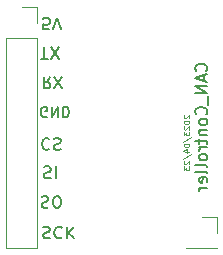
<source format=gbo>
G04 #@! TF.GenerationSoftware,KiCad,Pcbnew,(6.0.8)*
G04 #@! TF.CreationDate,2023-04-23T16:45:02+02:00*
G04 #@! TF.ProjectId,17_CAN_Controller,31375f43-414e-45f4-936f-6e74726f6c6c,rev?*
G04 #@! TF.SameCoordinates,Original*
G04 #@! TF.FileFunction,Legend,Bot*
G04 #@! TF.FilePolarity,Positive*
%FSLAX46Y46*%
G04 Gerber Fmt 4.6, Leading zero omitted, Abs format (unit mm)*
G04 Created by KiCad (PCBNEW (6.0.8)) date 2023-04-23 16:45:02*
%MOMM*%
%LPD*%
G01*
G04 APERTURE LIST*
%ADD10C,0.125000*%
%ADD11C,0.150000*%
%ADD12C,0.120000*%
%ADD13R,1.700000X1.700000*%
%ADD14O,1.700000X1.700000*%
G04 APERTURE END LIST*
D10*
X117883809Y-71326666D02*
X117860000Y-71350476D01*
X117836190Y-71398095D01*
X117836190Y-71517142D01*
X117860000Y-71564761D01*
X117883809Y-71588571D01*
X117931428Y-71612380D01*
X117979047Y-71612380D01*
X118050476Y-71588571D01*
X118336190Y-71302857D01*
X118336190Y-71612380D01*
X117836190Y-71921904D02*
X117836190Y-71969523D01*
X117860000Y-72017142D01*
X117883809Y-72040952D01*
X117931428Y-72064761D01*
X118026666Y-72088571D01*
X118145714Y-72088571D01*
X118240952Y-72064761D01*
X118288571Y-72040952D01*
X118312380Y-72017142D01*
X118336190Y-71969523D01*
X118336190Y-71921904D01*
X118312380Y-71874285D01*
X118288571Y-71850476D01*
X118240952Y-71826666D01*
X118145714Y-71802857D01*
X118026666Y-71802857D01*
X117931428Y-71826666D01*
X117883809Y-71850476D01*
X117860000Y-71874285D01*
X117836190Y-71921904D01*
X117883809Y-72279047D02*
X117860000Y-72302857D01*
X117836190Y-72350476D01*
X117836190Y-72469523D01*
X117860000Y-72517142D01*
X117883809Y-72540952D01*
X117931428Y-72564761D01*
X117979047Y-72564761D01*
X118050476Y-72540952D01*
X118336190Y-72255238D01*
X118336190Y-72564761D01*
X117836190Y-72731428D02*
X117836190Y-73040952D01*
X118026666Y-72874285D01*
X118026666Y-72945714D01*
X118050476Y-72993333D01*
X118074285Y-73017142D01*
X118121904Y-73040952D01*
X118240952Y-73040952D01*
X118288571Y-73017142D01*
X118312380Y-72993333D01*
X118336190Y-72945714D01*
X118336190Y-72802857D01*
X118312380Y-72755238D01*
X118288571Y-72731428D01*
X117812380Y-73612380D02*
X118455238Y-73183809D01*
X117836190Y-73874285D02*
X117836190Y-73921904D01*
X117860000Y-73969523D01*
X117883809Y-73993333D01*
X117931428Y-74017142D01*
X118026666Y-74040952D01*
X118145714Y-74040952D01*
X118240952Y-74017142D01*
X118288571Y-73993333D01*
X118312380Y-73969523D01*
X118336190Y-73921904D01*
X118336190Y-73874285D01*
X118312380Y-73826666D01*
X118288571Y-73802857D01*
X118240952Y-73779047D01*
X118145714Y-73755238D01*
X118026666Y-73755238D01*
X117931428Y-73779047D01*
X117883809Y-73802857D01*
X117860000Y-73826666D01*
X117836190Y-73874285D01*
X118002857Y-74469523D02*
X118336190Y-74469523D01*
X117812380Y-74350476D02*
X118169523Y-74231428D01*
X118169523Y-74540952D01*
X117812380Y-75088571D02*
X118455238Y-74660000D01*
X117883809Y-75231428D02*
X117860000Y-75255238D01*
X117836190Y-75302857D01*
X117836190Y-75421904D01*
X117860000Y-75469523D01*
X117883809Y-75493333D01*
X117931428Y-75517142D01*
X117979047Y-75517142D01*
X118050476Y-75493333D01*
X118336190Y-75207619D01*
X118336190Y-75517142D01*
X117836190Y-75683809D02*
X117836190Y-75993333D01*
X118026666Y-75826666D01*
X118026666Y-75898095D01*
X118050476Y-75945714D01*
X118074285Y-75969523D01*
X118121904Y-75993333D01*
X118240952Y-75993333D01*
X118288571Y-75969523D01*
X118312380Y-75945714D01*
X118336190Y-75898095D01*
X118336190Y-75755238D01*
X118312380Y-75707619D01*
X118288571Y-75683809D01*
D11*
X106248285Y-71490000D02*
X106162571Y-71532857D01*
X106034000Y-71532857D01*
X105905428Y-71490000D01*
X105819714Y-71404285D01*
X105776857Y-71318571D01*
X105734000Y-71147142D01*
X105734000Y-71018571D01*
X105776857Y-70847142D01*
X105819714Y-70761428D01*
X105905428Y-70675714D01*
X106034000Y-70632857D01*
X106119714Y-70632857D01*
X106248285Y-70675714D01*
X106291142Y-70718571D01*
X106291142Y-71018571D01*
X106119714Y-71018571D01*
X106676857Y-70632857D02*
X106676857Y-71532857D01*
X107191142Y-70632857D01*
X107191142Y-71532857D01*
X107619714Y-70632857D02*
X107619714Y-71532857D01*
X107834000Y-71532857D01*
X107962571Y-71490000D01*
X108048285Y-71404285D01*
X108091142Y-71318571D01*
X108134000Y-71147142D01*
X108134000Y-71018571D01*
X108091142Y-70847142D01*
X108048285Y-70761428D01*
X107962571Y-70675714D01*
X107834000Y-70632857D01*
X107619714Y-70632857D01*
X106449523Y-64087619D02*
X105973333Y-64087619D01*
X105925714Y-63611428D01*
X105973333Y-63659047D01*
X106068571Y-63706666D01*
X106306666Y-63706666D01*
X106401904Y-63659047D01*
X106449523Y-63611428D01*
X106497142Y-63516190D01*
X106497142Y-63278095D01*
X106449523Y-63182857D01*
X106401904Y-63135238D01*
X106306666Y-63087619D01*
X106068571Y-63087619D01*
X105973333Y-63135238D01*
X105925714Y-63182857D01*
X106782857Y-64087619D02*
X107116190Y-63087619D01*
X107449523Y-64087619D01*
X105778095Y-66587619D02*
X106349523Y-66587619D01*
X106063809Y-65587619D02*
X106063809Y-66587619D01*
X106587619Y-66587619D02*
X107254285Y-65587619D01*
X107254285Y-66587619D02*
X106587619Y-65587619D01*
X106573333Y-68087619D02*
X106240000Y-68563809D01*
X106001904Y-68087619D02*
X106001904Y-69087619D01*
X106382857Y-69087619D01*
X106478095Y-69040000D01*
X106525714Y-68992380D01*
X106573333Y-68897142D01*
X106573333Y-68754285D01*
X106525714Y-68659047D01*
X106478095Y-68611428D01*
X106382857Y-68563809D01*
X106001904Y-68563809D01*
X106906666Y-69087619D02*
X107573333Y-68087619D01*
X107573333Y-69087619D02*
X106906666Y-68087619D01*
X106473333Y-73382857D02*
X106425714Y-73335238D01*
X106282857Y-73287619D01*
X106187619Y-73287619D01*
X106044761Y-73335238D01*
X105949523Y-73430476D01*
X105901904Y-73525714D01*
X105854285Y-73716190D01*
X105854285Y-73859047D01*
X105901904Y-74049523D01*
X105949523Y-74144761D01*
X106044761Y-74240000D01*
X106187619Y-74287619D01*
X106282857Y-74287619D01*
X106425714Y-74240000D01*
X106473333Y-74192380D01*
X106854285Y-73335238D02*
X106997142Y-73287619D01*
X107235238Y-73287619D01*
X107330476Y-73335238D01*
X107378095Y-73382857D01*
X107425714Y-73478095D01*
X107425714Y-73573333D01*
X107378095Y-73668571D01*
X107330476Y-73716190D01*
X107235238Y-73763809D01*
X107044761Y-73811428D01*
X106949523Y-73859047D01*
X106901904Y-73906666D01*
X106854285Y-74001904D01*
X106854285Y-74097142D01*
X106901904Y-74192380D01*
X106949523Y-74240000D01*
X107044761Y-74287619D01*
X107282857Y-74287619D01*
X107425714Y-74240000D01*
X106016190Y-75735238D02*
X106159047Y-75687619D01*
X106397142Y-75687619D01*
X106492380Y-75735238D01*
X106540000Y-75782857D01*
X106587619Y-75878095D01*
X106587619Y-75973333D01*
X106540000Y-76068571D01*
X106492380Y-76116190D01*
X106397142Y-76163809D01*
X106206666Y-76211428D01*
X106111428Y-76259047D01*
X106063809Y-76306666D01*
X106016190Y-76401904D01*
X106016190Y-76497142D01*
X106063809Y-76592380D01*
X106111428Y-76640000D01*
X106206666Y-76687619D01*
X106444761Y-76687619D01*
X106587619Y-76640000D01*
X107016190Y-75687619D02*
X107016190Y-76687619D01*
X105830476Y-78235238D02*
X105973333Y-78187619D01*
X106211428Y-78187619D01*
X106306666Y-78235238D01*
X106354285Y-78282857D01*
X106401904Y-78378095D01*
X106401904Y-78473333D01*
X106354285Y-78568571D01*
X106306666Y-78616190D01*
X106211428Y-78663809D01*
X106020952Y-78711428D01*
X105925714Y-78759047D01*
X105878095Y-78806666D01*
X105830476Y-78901904D01*
X105830476Y-78997142D01*
X105878095Y-79092380D01*
X105925714Y-79140000D01*
X106020952Y-79187619D01*
X106259047Y-79187619D01*
X106401904Y-79140000D01*
X107020952Y-79187619D02*
X107211428Y-79187619D01*
X107306666Y-79140000D01*
X107401904Y-79044761D01*
X107449523Y-78854285D01*
X107449523Y-78520952D01*
X107401904Y-78330476D01*
X107306666Y-78235238D01*
X107211428Y-78187619D01*
X107020952Y-78187619D01*
X106925714Y-78235238D01*
X106830476Y-78330476D01*
X106782857Y-78520952D01*
X106782857Y-78854285D01*
X106830476Y-79044761D01*
X106925714Y-79140000D01*
X107020952Y-79187619D01*
X105954285Y-80835238D02*
X106097142Y-80787619D01*
X106335238Y-80787619D01*
X106430476Y-80835238D01*
X106478095Y-80882857D01*
X106525714Y-80978095D01*
X106525714Y-81073333D01*
X106478095Y-81168571D01*
X106430476Y-81216190D01*
X106335238Y-81263809D01*
X106144761Y-81311428D01*
X106049523Y-81359047D01*
X106001904Y-81406666D01*
X105954285Y-81501904D01*
X105954285Y-81597142D01*
X106001904Y-81692380D01*
X106049523Y-81740000D01*
X106144761Y-81787619D01*
X106382857Y-81787619D01*
X106525714Y-81740000D01*
X107525714Y-80882857D02*
X107478095Y-80835238D01*
X107335238Y-80787619D01*
X107240000Y-80787619D01*
X107097142Y-80835238D01*
X107001904Y-80930476D01*
X106954285Y-81025714D01*
X106906666Y-81216190D01*
X106906666Y-81359047D01*
X106954285Y-81549523D01*
X107001904Y-81644761D01*
X107097142Y-81740000D01*
X107240000Y-81787619D01*
X107335238Y-81787619D01*
X107478095Y-81740000D01*
X107525714Y-81692380D01*
X107954285Y-80787619D02*
X107954285Y-81787619D01*
X108525714Y-80787619D02*
X108097142Y-81359047D01*
X108525714Y-81787619D02*
X107954285Y-81216190D01*
X119737142Y-67601904D02*
X119784761Y-67554285D01*
X119832380Y-67411428D01*
X119832380Y-67316190D01*
X119784761Y-67173333D01*
X119689523Y-67078095D01*
X119594285Y-67030476D01*
X119403809Y-66982857D01*
X119260952Y-66982857D01*
X119070476Y-67030476D01*
X118975238Y-67078095D01*
X118880000Y-67173333D01*
X118832380Y-67316190D01*
X118832380Y-67411428D01*
X118880000Y-67554285D01*
X118927619Y-67601904D01*
X119546666Y-67982857D02*
X119546666Y-68459047D01*
X119832380Y-67887619D02*
X118832380Y-68220952D01*
X119832380Y-68554285D01*
X119832380Y-68887619D02*
X118832380Y-68887619D01*
X119832380Y-69459047D01*
X118832380Y-69459047D01*
X119927619Y-69697142D02*
X119927619Y-70459047D01*
X119737142Y-71268571D02*
X119784761Y-71220952D01*
X119832380Y-71078095D01*
X119832380Y-70982857D01*
X119784761Y-70840000D01*
X119689523Y-70744761D01*
X119594285Y-70697142D01*
X119403809Y-70649523D01*
X119260952Y-70649523D01*
X119070476Y-70697142D01*
X118975238Y-70744761D01*
X118880000Y-70840000D01*
X118832380Y-70982857D01*
X118832380Y-71078095D01*
X118880000Y-71220952D01*
X118927619Y-71268571D01*
X119832380Y-71840000D02*
X119784761Y-71744761D01*
X119737142Y-71697142D01*
X119641904Y-71649523D01*
X119356190Y-71649523D01*
X119260952Y-71697142D01*
X119213333Y-71744761D01*
X119165714Y-71840000D01*
X119165714Y-71982857D01*
X119213333Y-72078095D01*
X119260952Y-72125714D01*
X119356190Y-72173333D01*
X119641904Y-72173333D01*
X119737142Y-72125714D01*
X119784761Y-72078095D01*
X119832380Y-71982857D01*
X119832380Y-71840000D01*
X119165714Y-72601904D02*
X119832380Y-72601904D01*
X119260952Y-72601904D02*
X119213333Y-72649523D01*
X119165714Y-72744761D01*
X119165714Y-72887619D01*
X119213333Y-72982857D01*
X119308571Y-73030476D01*
X119832380Y-73030476D01*
X119165714Y-73363809D02*
X119165714Y-73744761D01*
X118832380Y-73506666D02*
X119689523Y-73506666D01*
X119784761Y-73554285D01*
X119832380Y-73649523D01*
X119832380Y-73744761D01*
X119832380Y-74078095D02*
X119165714Y-74078095D01*
X119356190Y-74078095D02*
X119260952Y-74125714D01*
X119213333Y-74173333D01*
X119165714Y-74268571D01*
X119165714Y-74363809D01*
X119832380Y-74840000D02*
X119784761Y-74744761D01*
X119737142Y-74697142D01*
X119641904Y-74649523D01*
X119356190Y-74649523D01*
X119260952Y-74697142D01*
X119213333Y-74744761D01*
X119165714Y-74840000D01*
X119165714Y-74982857D01*
X119213333Y-75078095D01*
X119260952Y-75125714D01*
X119356190Y-75173333D01*
X119641904Y-75173333D01*
X119737142Y-75125714D01*
X119784761Y-75078095D01*
X119832380Y-74982857D01*
X119832380Y-74840000D01*
X119832380Y-75744761D02*
X119784761Y-75649523D01*
X119689523Y-75601904D01*
X118832380Y-75601904D01*
X119832380Y-76268571D02*
X119784761Y-76173333D01*
X119689523Y-76125714D01*
X118832380Y-76125714D01*
X119784761Y-77030476D02*
X119832380Y-76935238D01*
X119832380Y-76744761D01*
X119784761Y-76649523D01*
X119689523Y-76601904D01*
X119308571Y-76601904D01*
X119213333Y-76649523D01*
X119165714Y-76744761D01*
X119165714Y-76935238D01*
X119213333Y-77030476D01*
X119308571Y-77078095D01*
X119403809Y-77078095D01*
X119499047Y-76601904D01*
X119832380Y-77506666D02*
X119165714Y-77506666D01*
X119356190Y-77506666D02*
X119260952Y-77554285D01*
X119213333Y-77601904D01*
X119165714Y-77697142D01*
X119165714Y-77792380D01*
D12*
X105470000Y-64770000D02*
X102810000Y-64770000D01*
X105470000Y-82610000D02*
X102810000Y-82610000D01*
X105470000Y-64770000D02*
X105470000Y-82610000D01*
X105470000Y-63500000D02*
X105470000Y-62170000D01*
X102810000Y-64770000D02*
X102810000Y-82610000D01*
X105470000Y-62170000D02*
X104140000Y-62170000D01*
X120710000Y-79950000D02*
X119380000Y-79950000D01*
X120710000Y-82550000D02*
X118050000Y-82550000D01*
X120710000Y-82610000D02*
X118050000Y-82610000D01*
X118050000Y-82550000D02*
X118050000Y-82610000D01*
X120710000Y-82550000D02*
X120710000Y-82610000D01*
X120710000Y-81280000D02*
X120710000Y-79950000D01*
%LPC*%
D13*
X104140000Y-63500000D03*
D14*
X104140000Y-66040000D03*
X104140000Y-68580000D03*
X104140000Y-71120000D03*
X104140000Y-73660000D03*
X104140000Y-76200000D03*
X104140000Y-78740000D03*
X104140000Y-81280000D03*
D13*
X119380000Y-81280000D03*
M02*

</source>
